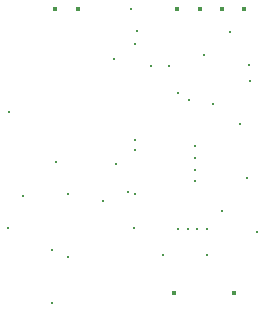
<source format=gbr>
%FSLAX23Y23*%
%MOIN*%
%ADD10C,0.008*%
%ADD11C,0.012*%
%ADD12C,0.004*%
%ADD13R,0.047X0.047*%
%ADD14C,0.016*%
%ADD15C,0.02*%
%ADD16C,0.031*%
%ADD17C,0.009*%
%ADD18C,0.001*%
%ADD19C,0.006*%
%ADD20C,0.005*%
G54D14*
X-02879Y2315D03*
G54D14*
X-02803Y2315D03*
G54D14*
X-02729Y2315D03*
G54D14*
X-02656Y2315D03*
G54D14*
X-02889Y1369D03*
G54D14*
X-02690Y1369D03*
G54D14*
X-03286Y2315D03*
G54D14*
X-03209Y2315D03*
G54D11*
X-02729Y1644D03*
G54D11*
X-03245Y1700D03*
G54D11*
X-03283Y1806D03*
G54D11*
X-03083Y1798D03*
G54D11*
X-03045Y1706D03*
G54D11*
X-03441Y1972D03*
G54D11*
X-02844Y1584D03*
G54D11*
X-02813Y1584D03*
G54D11*
X-02781Y1584D03*
G54D11*
X-02819Y1742D03*
G54D11*
X-02819Y1781D03*
G54D11*
X-02819Y1820D03*
G54D11*
X-02819Y1860D03*
G54D11*
X-03019Y1698D03*
G54D11*
X-03020Y1879D03*
G54D11*
X-03089Y2151D03*
G54D11*
X-02967Y2125D03*
G54D11*
X-02907Y2125D03*
G54D11*
X-02840Y2012D03*
G54D11*
X-02876Y2037D03*
G54D11*
X-02702Y2240D03*
G54D11*
X-02639Y2129D03*
G54D11*
X-02759Y2001D03*
G54D11*
X-03022Y1587D03*
G54D11*
X-02781Y1497D03*
G54D11*
X-02928Y1496D03*
G54D11*
X-03019Y2198D03*
G54D11*
X-02876Y1584D03*
G54D11*
X-03395Y1692D03*
G54D11*
X-03443Y1585D03*
G54D11*
X-03244Y1490D03*
G54D11*
X-02613Y1572D03*
G54D11*
X-03296Y1514D03*
G54D11*
X-02647Y1752D03*
G54D11*
X-02671Y1934D03*
G54D11*
X-02791Y2164D03*
G54D11*
X-03296Y1337D03*
G54D11*
X-02637Y2075D03*
G54D11*
X-03012Y2244D03*
G54D11*
X-03032Y2315D03*
G54D11*
X-03020Y1847D03*
G54D11*
X-03126Y1676D03*
M02*

</source>
